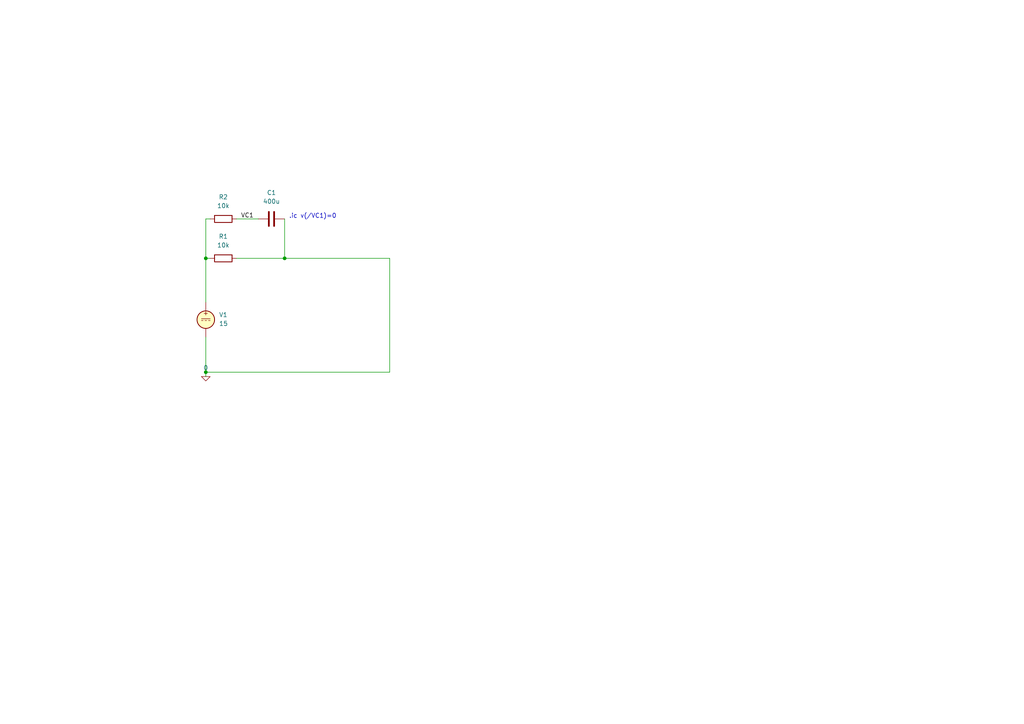
<source format=kicad_sch>
(kicad_sch (version 20230121) (generator eeschema)
  (paper "A4")
  (lib_symbols
    (symbol "Device:C" (pin_numbers hide) (pin_names (offset 0.254))
      (property "Reference" "C" (at 0.635 2.54 0))
      (property "Value" "C" (at 0.635 -2.54 0))
      (symbol "C_0_1"
        (polyline (pts (xy -2.032 -0.762) (xy 2.032 -0.762)) (stroke (width 0.508)))
        (polyline (pts (xy -2.032 0.762) (xy 2.032 0.762)) (stroke (width 0.508)))
      )
      (symbol "C_1_1"
        (pin passive line (at 0 3.81 270) (length 2.794) (name "~") (number "1"))
        (pin passive line (at 0 -3.81 90) (length 2.794) (name "~") (number "2"))
      )
    )
    (symbol "Device:R" (pin_numbers hide) (pin_names (offset 0))
      (property "Reference" "R" (at 2.032 0 90))
      (property "Value" "R" (at 0 0 90))
      (symbol "R_0_1"
        (rectangle (start -1.016 -2.54) (end 1.016 2.54) (stroke (width 0.254)))
      )
      (symbol "R_1_1"
        (pin passive line (at 0 3.81 270) (length 1.27) (name "~") (number "1"))
        (pin passive line (at 0 -3.81 90) (length 1.27) (name "~") (number "2"))
      )
    )
    (symbol "Simulation_SPICE:0" (power) (pin_names (offset 0))
      (property "Value" "0" (at 0 -1.778 0))
      (symbol "0_0_1"
        (polyline (pts (xy -1.27 0) (xy 0 -1.27) (xy 1.27 0) (xy -1.27 0)))
      )
      (symbol "0_1_1"
        (pin power_in line (at 0 0 0) (length 0) hide (name "0") (number "1"))
      )
    )
    (symbol "Simulation_SPICE:VDC" (pin_numbers hide) (pin_names (offset 0.0254))
      (property "Reference" "V" (at 2.54 2.54 0))
      (property "Value" "1" (at 2.54 0 0))
      (symbol "VDC_0_0"
        (polyline (pts (xy -1.27 0.254) (xy 1.27 0.254)))
        (polyline (pts (xy -0.762 -0.254) (xy -1.27 -0.254)))
        (polyline (pts (xy 0.254 -0.254) (xy -0.254 -0.254)))
        (polyline (pts (xy 1.27 -0.254) (xy 0.762 -0.254)))
        (text "+" (at 0 1.905 0) (effects (font (size 1.27 1.27))))
      )
      (symbol "VDC_0_1"
        (circle (center 0 0) (radius 2.54) (stroke (width 0.254)) (fill (type background)))
      )
      (symbol "VDC_1_1"
        (pin passive line (at 0 5.08 270) (length 2.54) (name "~") (number "1"))
        (pin passive line (at 0 -5.08 90) (length 2.54) (name "~") (number "2"))
      )
    )
  )
  (junction (at 59.69 74.93))
  (junction (at 82.55 74.93))
  (junction (at 59.69 107.95))
  (wire (pts (xy 113.03 107.95) (xy 113.03 74.93)))
  (wire (pts (xy 59.69 109.22) (xy 59.69 107.95)))
  (wire (pts (xy 59.69 87.63) (xy 59.69 74.93)))
  (wire (pts (xy 59.69 97.79) (xy 59.69 107.95)))
  (wire (pts (xy 59.69 74.93) (xy 60.96 74.93)))
  (wire (pts (xy 59.69 63.5) (xy 60.96 63.5)))
  (wire (pts (xy 82.55 74.93) (xy 113.03 74.93)))
  (wire (pts (xy 82.55 63.5) (xy 82.55 74.93)))
  (wire (pts (xy 59.69 74.93) (xy 59.69 63.5)))
  (wire (pts (xy 68.58 74.93) (xy 82.55 74.93)))
  (wire (pts (xy 59.69 107.95) (xy 113.03 107.95)))
  (wire (pts (xy 68.58 63.5) (xy 74.93 63.5)))
  (text ".ic v(/VC1)=0" (at 83.82 63.5 0) (effects (font (size 1.27 1.27)) (justify left bottom)))
  (label "VC1" (at 69.85 63.5 0))
  (symbol (lib_id "Simulation_SPICE:VDC") (at 59.69 92.71 0) (unit 1)
    (property "Reference" "V1" (at 63.5 91.3102 0) (effects (justify left)))
    (property "Value" "15" (at 63.5 93.8502 0) (effects (justify left)))
    (property "Sim.Pins" "1=+ 2=-" (effects hide))
    (property "Sim.Type" "DC" (effects hide))
    (property "Sim.Device" "V" (effects hide))
  )
  (symbol (lib_id "Device:C") (at 78.74 63.5 90) (unit 1)
    (property "Reference" "C1" (at 78.74 55.88 90))
    (property "Value" "400u" (at 78.74 58.42 90))
  )
  (symbol (lib_id "Device:R") (at 64.77 63.5 90) (unit 1)
    (property "Reference" "R2" (at 64.77 57.15 90))
    (property "Value" "10k" (at 64.77 59.69 90))
  )
  (symbol (lib_id "Simulation_SPICE:0") (at 59.69 109.22 0) (unit 1)
    (property "Reference" "#GND01" (effects hide))
    (property "Value" "0" (at 59.69 106.68 0))
  )
  (symbol (lib_id "Device:R") (at 64.77 74.93 90) (unit 1)
    (property "Reference" "R1" (at 64.77 68.58 90))
    (property "Value" "10k" (at 64.77 71.12 90))
  )
)
</source>
